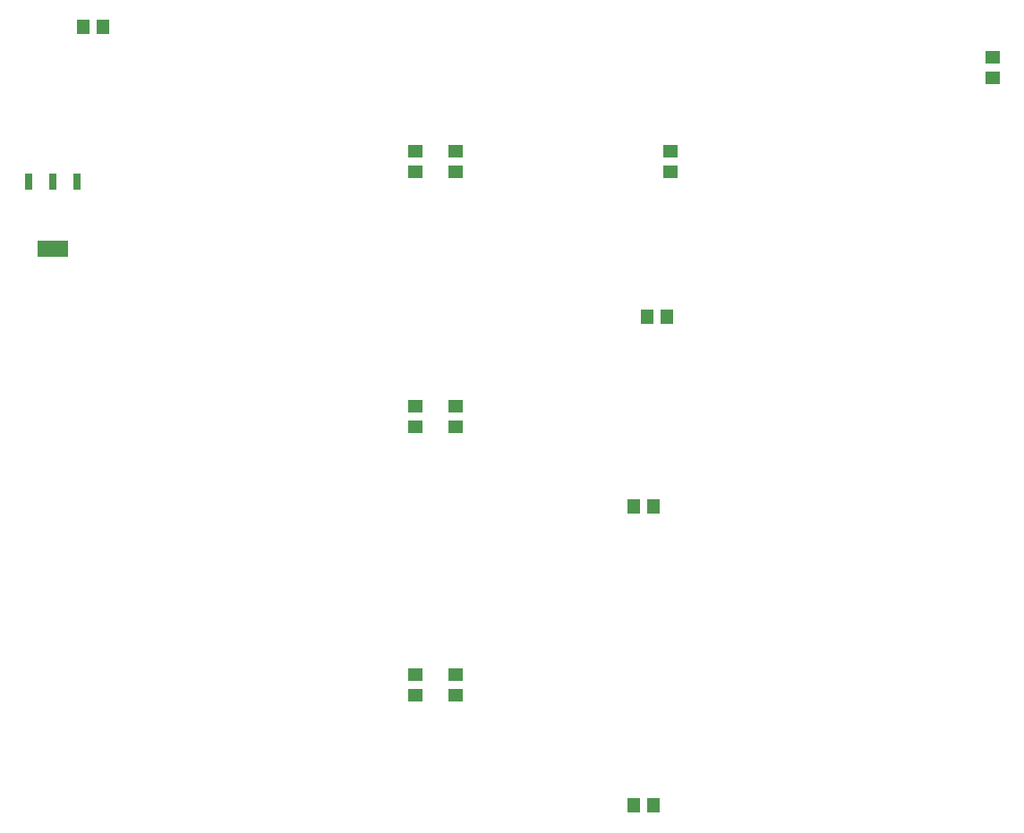
<source format=gbr>
G04 EasyPC Gerber Version 20.0.2 Build 4112 *
G04 #@! TF.Part,Single*
G04 #@! TF.FileFunction,Paste,Bot *
%FSLAX35Y35*%
%MOIN*%
G04 #@! TA.AperFunction,SMDPad*
%ADD79R,0.02900X0.05900*%
%ADD74R,0.04700X0.05600*%
%ADD73R,0.05600X0.04700*%
%ADD80R,0.11800X0.05900*%
X0Y0D02*
D02*
D73*
X203250Y59480D03*
Y66980D03*
Y159480D03*
Y166980D03*
Y254480D03*
Y261980D03*
X218250Y59480D03*
Y66980D03*
Y159480D03*
Y166980D03*
Y254480D03*
Y261980D03*
X298250Y254480D03*
Y261980D03*
X418250Y289480D03*
Y296980D03*
D02*
D74*
X79500Y308230D03*
X87000D03*
X284500Y18230D03*
Y129687D03*
X289500Y200498D03*
X292000Y18230D03*
Y129687D03*
X297000Y200498D03*
D02*
D79*
X59195Y250830D03*
X68250D03*
X77305D03*
D02*
D80*
X68250Y225630D03*
X0Y0D02*
M02*

</source>
